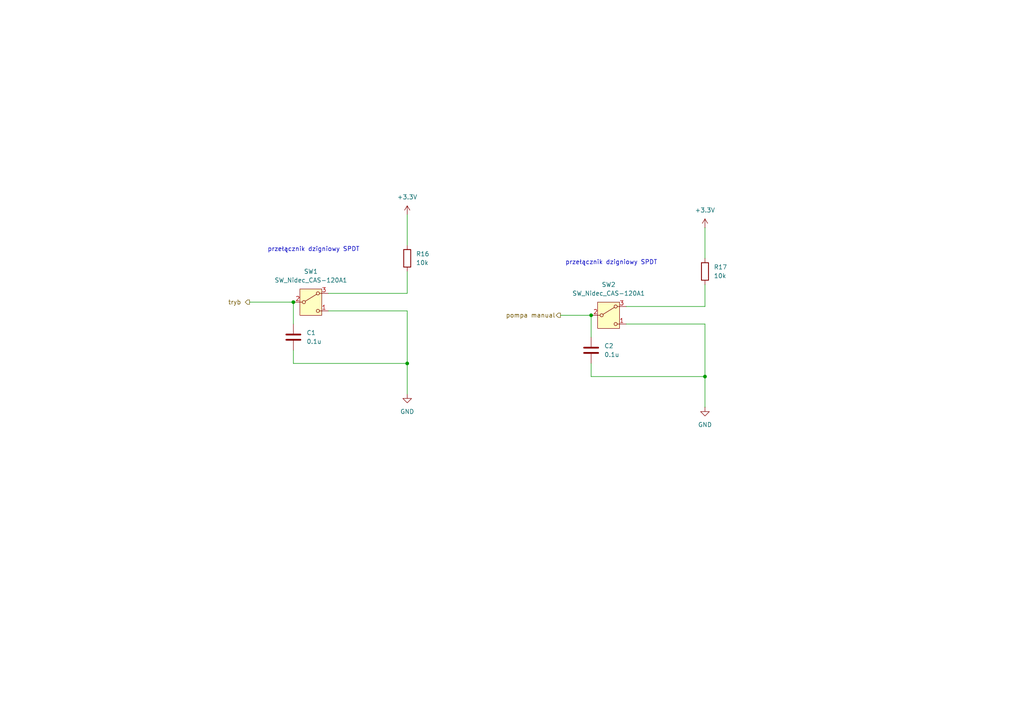
<source format=kicad_sch>
(kicad_sch (version 20250114) (generator "eeschema") (generator_version "9.0")
  (paper "A4")
  (lib_symbols
    (symbol "Device:C" (pin_numbers (hide yes)) (pin_names (offset 0.254))
      (property "Reference" "C" (at 0.635 2.54 0))
      (property "Value" "C" (at 0.635 -2.54 0))
      (symbol "C_0_1"
        (polyline (pts (xy -2.032 0.762) (xy 2.032 0.762)) (stroke (width 0.508)))
        (polyline (pts (xy -2.032 -0.762) (xy 2.032 -0.762)) (stroke (width 0.508)))
      )
      (symbol "C_1_1"
        (pin passive line (at 0 3.81 270) (length 2.794) (name "~") (number "1"))
        (pin passive line (at 0 -3.81 90) (length 2.794) (name "~") (number "2"))
      )
    )
    (symbol "Device:R" (pin_numbers (hide yes)) (pin_names (offset 0))
      (property "Reference" "R" (at 2.032 0 90))
      (property "Value" "R" (at 0 0 90))
      (symbol "R_0_1"
        (rectangle (start -1.016 -2.54) (end 1.016 2.54) (stroke (width 0.254)))
      )
      (symbol "R_1_1"
        (pin passive line (at 0 3.81 270) (length 1.27) (name "~") (number "1"))
        (pin passive line (at 0 -3.81 90) (length 1.27) (name "~") (number "2"))
      )
    )
    (symbol "Switch:SW_Nidec_CAS-120A1" (pin_names (offset 1) (hide yes))
      (property "Reference" "SW" (at 0 4.318 0))
      (property "Value" "SW_Nidec_CAS-120A1" (at 0 -5.08 0))
      (symbol "SW_Nidec_CAS-120A1_0_1"
        (circle (center -2.032 0) (radius 0.4572))
        (polyline (pts (xy -1.651 0.254) (xy 1.651 2.286)))
        (circle (center 2.032 2.54) (radius 0.4572))
        (circle (center 2.032 -2.54) (radius 0.4572))
      )
      (symbol "SW_Nidec_CAS-120A1_1_1"
        (rectangle (start -3.175 3.81) (end 3.175 -3.81) (fill (type background)))
        (pin passive line (at -5.08 0 0) (length 2.54) (name "B") (number "2"))
        (pin passive line (at 5.08 2.54 180) (length 2.54) (name "A") (number "3"))
        (pin passive line (at 5.08 -2.54 180) (length 2.54) (name "C") (number "1"))
      )
    )
    (symbol "power:+5V" (power) (pin_numbers (hide yes)) (pin_names (offset 0) (hide yes))
      (property "Value" "+5V" (at 0 3.556 0))
      (symbol "+5V_0_1"
        (polyline (pts (xy -0.762 1.27) (xy 0 2.54)))
        (polyline (pts (xy 0 2.54) (xy 0.762 1.27)))
        (polyline (pts (xy 0 0) (xy 0 2.54)))
      )
      (symbol "+5V_1_1"
        (pin power_in line (at 0 0 90) (length 0) (name "~") (number "1"))
      )
    )
    (symbol "power:GND" (power) (pin_numbers (hide yes)) (pin_names (offset 0) (hide yes))
      (property "Value" "GND" (at 0 -3.81 0))
      (symbol "GND_0_1"
        (polyline (pts (xy 0 0) (xy 0 -1.27) (xy 1.27 -1.27) (xy 0 -2.54) (xy -1.27 -1.27) (xy 0 -1.27)))
      )
      (symbol "GND_1_1"
        (pin power_in line (at 0 0 270) (length 0) (name "~") (number "1"))
      )
    )
  )
  (text "przełącznik dzigniowy SPDT " (at 177.8 76.2 0) (effects (font (size 1.27 1.27))))
  (text "przełącznik dzigniowy SPDT " (at 91.44 72.39 0) (effects (font (size 1.27 1.27))))
  (junction (at 171.45 91.44))
  (junction (at 204.47 109.22))
  (junction (at 118.11 105.41))
  (junction (at 85.09 87.63))
  (wire (pts (xy 204.47 88.9) (xy 204.47 82.55)))
  (wire (pts (xy 95.25 90.17) (xy 118.11 90.17)))
  (wire (pts (xy 171.45 91.44) (xy 162.56 91.44)))
  (wire (pts (xy 85.09 101.6) (xy 85.09 105.41)))
  (wire (pts (xy 204.47 109.22) (xy 204.47 118.11)))
  (wire (pts (xy 118.11 85.09) (xy 118.11 78.74)))
  (wire (pts (xy 72.39 87.63) (xy 85.09 87.63)))
  (wire (pts (xy 181.61 88.9) (xy 204.47 88.9)))
  (wire (pts (xy 171.45 109.22) (xy 204.47 109.22)))
  (wire (pts (xy 118.11 90.17) (xy 118.11 105.41)))
  (wire (pts (xy 171.45 91.44) (xy 171.45 97.79)))
  (wire (pts (xy 181.61 93.98) (xy 204.47 93.98)))
  (wire (pts (xy 204.47 93.98) (xy 204.47 109.22)))
  (wire (pts (xy 85.09 87.63) (xy 85.09 93.98)))
  (wire (pts (xy 85.09 105.41) (xy 118.11 105.41)))
  (wire (pts (xy 118.11 62.23) (xy 118.11 71.12)))
  (wire (pts (xy 118.11 105.41) (xy 118.11 114.3)))
  (wire (pts (xy 204.47 66.04) (xy 204.47 74.93)))
  (wire (pts (xy 171.45 105.41) (xy 171.45 109.22)))
  (wire (pts (xy 95.25 85.09) (xy 118.11 85.09)))
  (hierarchical_label "pompa manual" (shape output) (at 162.56 91.44 180))
  (hierarchical_label "tryb " (shape output) (at 72.39 87.63 180))
  (symbol (lib_id "power:+5V") (at 204.47 66.04 0) (unit 1)
    (property "Reference" "#PWR064" (effects (hide yes)))
    (property "Value" "+3.3V" (at 204.47 60.96 0))
    (property "Description" "Power symbol creates a global label with name \"+5V\"" (effects (hide yes)))
  )
  (symbol (lib_id "Device:R") (at 204.47 78.74 0) (unit 1)
    (property "Reference" "R17" (at 207.01 77.4699 0) (effects (justify left)))
    (property "Value" "10k" (at 207.01 80.0099 0) (effects (justify left)))
    (property "Footprint" "Resistor_SMD:R_1206_3216Metric" (effects (hide yes)))
    (property "Description" "Resistor" (effects (hide yes)))
  )
  (symbol (lib_id "Device:R") (at 118.11 74.93 0) (unit 1)
    (property "Reference" "R16" (at 120.65 73.6599 0) (effects (justify left)))
    (property "Value" "10k" (at 120.65 76.1999 0) (effects (justify left)))
    (property "Footprint" "Resistor_SMD:R_1206_3216Metric" (effects (hide yes)))
    (property "Description" "Resistor" (effects (hide yes)))
  )
  (symbol (lib_id "power:GND") (at 118.11 114.3 0) (unit 1)
    (property "Reference" "#PWR063" (effects (hide yes)))
    (property "Value" "GND" (at 118.11 119.38 0))
    (property "Description" "Power symbol creates a global label with name \"GND\" , ground" (effects (hide yes)))
  )
  (symbol (lib_id "Device:C") (at 85.09 97.79 0) (unit 1)
    (property "Reference" "C1" (at 88.9 96.5199 0) (effects (justify left)))
    (property "Value" "0.1u" (at 88.9 99.0599 0) (effects (justify left)))
    (property "Footprint" "Capacitor_SMD:C_1206_3216Metric" (effects (hide yes)))
    (property "Description" "Unpolarized capacitor" (effects (hide yes)))
  )
  (symbol (lib_id "Device:C") (at 171.45 101.6 0) (unit 1)
    (property "Reference" "C2" (at 175.26 100.3299 0) (effects (justify left)))
    (property "Value" "0.1u" (at 175.26 102.8699 0) (effects (justify left)))
    (property "Footprint" "Capacitor_SMD:C_1206_3216Metric" (effects (hide yes)))
    (property "Description" "Unpolarized capacitor" (effects (hide yes)))
  )
  (symbol (lib_id "power:GND") (at 204.47 118.11 0) (unit 1)
    (property "Reference" "#PWR065" (effects (hide yes)))
    (property "Value" "GND" (at 204.47 123.19 0))
    (property "Description" "Power symbol creates a global label with name \"GND\" , ground" (effects (hide yes)))
  )
  (symbol (lib_id "power:+5V") (at 118.11 62.23 0) (unit 1)
    (property "Reference" "#PWR062" (effects (hide yes)))
    (property "Value" "+3.3V" (at 118.11 57.15 0))
    (property "Description" "Power symbol creates a global label with name \"+5V\"" (effects (hide yes)))
  )
  (symbol (lib_id "Switch:SW_Nidec_CAS-120A1") (at 90.17 87.63 0) (unit 1)
    (property "Reference" "SW1" (at 90.17 78.74 0))
    (property "Value" "SW_Nidec_CAS-120A1" (at 90.17 81.28 0))
    (property "Footprint" "Toggle_Switch:Toggle Switch Bootland 4.7mm" (effects (hide yes)))
    (property "Datasheet" "https://www.nidec-components.com/e/catalog/switch/cas.pdf" (effects (hide yes)))
    (property "Description" "Switch, single pole double throw" (effects (hide yes)))
  )
  (symbol (lib_id "Switch:SW_Nidec_CAS-120A1") (at 176.53 91.44 0) (unit 1)
    (property "Reference" "SW2" (at 176.53 82.55 0))
    (property "Value" "SW_Nidec_CAS-120A1" (at 176.53 85.09 0))
    (property "Footprint" "Toggle_Switch:Toggle Switch Bootland 4.7mm" (effects (hide yes)))
    (property "Datasheet" "https://www.nidec-components.com/e/catalog/switch/cas.pdf" (effects (hide yes)))
    (property "Description" "Switch, single pole double throw" (effects (hide yes)))
  )
)
</source>
